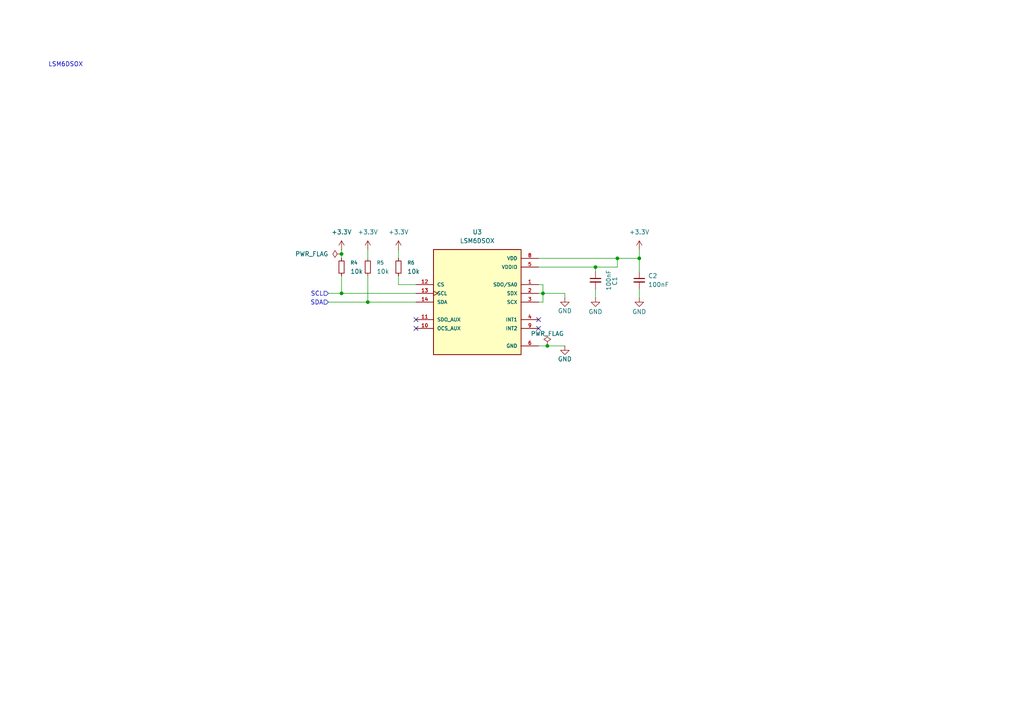
<source format=kicad_sch>
(kicad_sch
	(version 20250114)
	(generator "eeschema")
	(generator_version "9.0")
	(uuid "fa57e1d7-424d-4ef2-9198-6418d658b11a")
	(paper "A4")
	(title_block
		(title "LSM6DSOX")
		(company "ENSEA")
		(comment 1 "Clara CHATELAIS-VAUFLEURY")
	)
	(lib_symbols
		(symbol "Device:C_Small"
			(pin_numbers
				(hide yes)
			)
			(pin_names
				(offset 0.254)
				(hide yes)
			)
			(exclude_from_sim no)
			(in_bom yes)
			(on_board yes)
			(property "Reference" "C"
				(at 0.254 1.778 0)
				(effects
					(font
						(size 1.27 1.27)
					)
					(justify left)
				)
			)
			(property "Value" "C_Small"
				(at 0.254 -2.032 0)
				(effects
					(font
						(size 1.27 1.27)
					)
					(justify left)
				)
			)
			(property "Footprint" ""
				(at 0 0 0)
				(effects
					(font
						(size 1.27 1.27)
					)
					(hide yes)
				)
			)
			(property "Datasheet" "~"
				(at 0 0 0)
				(effects
					(font
						(size 1.27 1.27)
					)
					(hide yes)
				)
			)
			(property "Description" "Unpolarized capacitor, small symbol"
				(at 0 0 0)
				(effects
					(font
						(size 1.27 1.27)
					)
					(hide yes)
				)
			)
			(property "ki_keywords" "capacitor cap"
				(at 0 0 0)
				(effects
					(font
						(size 1.27 1.27)
					)
					(hide yes)
				)
			)
			(property "ki_fp_filters" "C_*"
				(at 0 0 0)
				(effects
					(font
						(size 1.27 1.27)
					)
					(hide yes)
				)
			)
			(symbol "C_Small_0_1"
				(polyline
					(pts
						(xy -1.524 0.508) (xy 1.524 0.508)
					)
					(stroke
						(width 0.3048)
						(type default)
					)
					(fill
						(type none)
					)
				)
				(polyline
					(pts
						(xy -1.524 -0.508) (xy 1.524 -0.508)
					)
					(stroke
						(width 0.3302)
						(type default)
					)
					(fill
						(type none)
					)
				)
			)
			(symbol "C_Small_1_1"
				(pin passive line
					(at 0 2.54 270)
					(length 2.032)
					(name "~"
						(effects
							(font
								(size 1.27 1.27)
							)
						)
					)
					(number "1"
						(effects
							(font
								(size 1.27 1.27)
							)
						)
					)
				)
				(pin passive line
					(at 0 -2.54 90)
					(length 2.032)
					(name "~"
						(effects
							(font
								(size 1.27 1.27)
							)
						)
					)
					(number "2"
						(effects
							(font
								(size 1.27 1.27)
							)
						)
					)
				)
			)
			(embedded_fonts no)
		)
		(symbol "Device:R_Small"
			(pin_numbers
				(hide yes)
			)
			(pin_names
				(offset 0.254)
				(hide yes)
			)
			(exclude_from_sim no)
			(in_bom yes)
			(on_board yes)
			(property "Reference" "R"
				(at 0 0 90)
				(effects
					(font
						(size 1.016 1.016)
					)
				)
			)
			(property "Value" "R_Small"
				(at 1.778 0 90)
				(effects
					(font
						(size 1.27 1.27)
					)
				)
			)
			(property "Footprint" ""
				(at 0 0 0)
				(effects
					(font
						(size 1.27 1.27)
					)
					(hide yes)
				)
			)
			(property "Datasheet" "~"
				(at 0 0 0)
				(effects
					(font
						(size 1.27 1.27)
					)
					(hide yes)
				)
			)
			(property "Description" "Resistor, small symbol"
				(at 0 0 0)
				(effects
					(font
						(size 1.27 1.27)
					)
					(hide yes)
				)
			)
			(property "ki_keywords" "R resistor"
				(at 0 0 0)
				(effects
					(font
						(size 1.27 1.27)
					)
					(hide yes)
				)
			)
			(property "ki_fp_filters" "R_*"
				(at 0 0 0)
				(effects
					(font
						(size 1.27 1.27)
					)
					(hide yes)
				)
			)
			(symbol "R_Small_0_1"
				(rectangle
					(start -0.762 1.778)
					(end 0.762 -1.778)
					(stroke
						(width 0.2032)
						(type default)
					)
					(fill
						(type none)
					)
				)
			)
			(symbol "R_Small_1_1"
				(pin passive line
					(at 0 2.54 270)
					(length 0.762)
					(name "~"
						(effects
							(font
								(size 1.27 1.27)
							)
						)
					)
					(number "1"
						(effects
							(font
								(size 1.27 1.27)
							)
						)
					)
				)
				(pin passive line
					(at 0 -2.54 90)
					(length 0.762)
					(name "~"
						(effects
							(font
								(size 1.27 1.27)
							)
						)
					)
					(number "2"
						(effects
							(font
								(size 1.27 1.27)
							)
						)
					)
				)
			)
			(embedded_fonts no)
		)
		(symbol "LSM6DSOX:LSM6DSOX"
			(pin_names
				(offset 1.016)
			)
			(exclude_from_sim no)
			(in_bom yes)
			(on_board yes)
			(property "Reference" "U"
				(at -12.7 16.002 0)
				(effects
					(font
						(size 1.27 1.27)
					)
					(justify left bottom)
				)
			)
			(property "Value" "LSM6DSOX"
				(at -12.7 -17.78 0)
				(effects
					(font
						(size 1.27 1.27)
					)
					(justify left bottom)
				)
			)
			(property "Footprint" "LSM6DSOX:PQFN50P250X300X86-14N"
				(at 0 0 0)
				(effects
					(font
						(size 1.27 1.27)
					)
					(justify bottom)
					(hide yes)
				)
			)
			(property "Datasheet" ""
				(at 0 0 0)
				(effects
					(font
						(size 1.27 1.27)
					)
					(hide yes)
				)
			)
			(property "Description" ""
				(at 0 0 0)
				(effects
					(font
						(size 1.27 1.27)
					)
					(hide yes)
				)
			)
			(property "MF" "STMicroelectronics"
				(at 0 0 0)
				(effects
					(font
						(size 1.27 1.27)
					)
					(justify bottom)
					(hide yes)
				)
			)
			(property "Description_1" "3D Accelerometer and 3D Gyroscope Sensor Digital Output 1.8V 14-Pin LGA T/R"
				(at 0 0 0)
				(effects
					(font
						(size 1.27 1.27)
					)
					(justify bottom)
					(hide yes)
				)
			)
			(property "Package" "VFLGA-14 STMicroelectronics"
				(at 0 0 0)
				(effects
					(font
						(size 1.27 1.27)
					)
					(justify bottom)
					(hide yes)
				)
			)
			(property "Price" "None"
				(at 0 0 0)
				(effects
					(font
						(size 1.27 1.27)
					)
					(justify bottom)
					(hide yes)
				)
			)
			(property "Check_prices" "https://www.snapeda.com/parts/LSM6DSOX/STMicroelectronics/view-part/?ref=eda"
				(at 0 0 0)
				(effects
					(font
						(size 1.27 1.27)
					)
					(justify bottom)
					(hide yes)
				)
			)
			(property "STANDARD" "IPC7351B"
				(at 0 0 0)
				(effects
					(font
						(size 1.27 1.27)
					)
					(justify bottom)
					(hide yes)
				)
			)
			(property "PARTREV" "3.0"
				(at 0 0 0)
				(effects
					(font
						(size 1.27 1.27)
					)
					(justify bottom)
					(hide yes)
				)
			)
			(property "SnapEDA_Link" "https://www.snapeda.com/parts/LSM6DSOX/STMicroelectronics/view-part/?ref=snap"
				(at 0 0 0)
				(effects
					(font
						(size 1.27 1.27)
					)
					(justify bottom)
					(hide yes)
				)
			)
			(property "MP" "LSM6DSOX"
				(at 0 0 0)
				(effects
					(font
						(size 1.27 1.27)
					)
					(justify bottom)
					(hide yes)
				)
			)
			(property "Availability" "In Stock"
				(at 0 0 0)
				(effects
					(font
						(size 1.27 1.27)
					)
					(justify bottom)
					(hide yes)
				)
			)
			(property "MANUFACTURER" "ST Microelectronics"
				(at 0 0 0)
				(effects
					(font
						(size 1.27 1.27)
					)
					(justify bottom)
					(hide yes)
				)
			)
			(symbol "LSM6DSOX_0_0"
				(rectangle
					(start -12.7 -15.24)
					(end 12.7 15.24)
					(stroke
						(width 0.254)
						(type default)
					)
					(fill
						(type background)
					)
				)
				(pin input line
					(at -17.78 5.08 0)
					(length 5.08)
					(name "CS"
						(effects
							(font
								(size 1.016 1.016)
							)
						)
					)
					(number "12"
						(effects
							(font
								(size 1.016 1.016)
							)
						)
					)
				)
				(pin input clock
					(at -17.78 2.54 0)
					(length 5.08)
					(name "SCL"
						(effects
							(font
								(size 1.016 1.016)
							)
						)
					)
					(number "13"
						(effects
							(font
								(size 1.016 1.016)
							)
						)
					)
				)
				(pin bidirectional line
					(at -17.78 0 0)
					(length 5.08)
					(name "SDA"
						(effects
							(font
								(size 1.016 1.016)
							)
						)
					)
					(number "14"
						(effects
							(font
								(size 1.016 1.016)
							)
						)
					)
				)
				(pin bidirectional line
					(at -17.78 -5.08 0)
					(length 5.08)
					(name "SDO_AUX"
						(effects
							(font
								(size 1.016 1.016)
							)
						)
					)
					(number "11"
						(effects
							(font
								(size 1.016 1.016)
							)
						)
					)
				)
				(pin bidirectional line
					(at -17.78 -7.62 0)
					(length 5.08)
					(name "OCS_AUX"
						(effects
							(font
								(size 1.016 1.016)
							)
						)
					)
					(number "10"
						(effects
							(font
								(size 1.016 1.016)
							)
						)
					)
				)
				(pin power_in line
					(at 17.78 12.7 180)
					(length 5.08)
					(name "VDD"
						(effects
							(font
								(size 1.016 1.016)
							)
						)
					)
					(number "8"
						(effects
							(font
								(size 1.016 1.016)
							)
						)
					)
				)
				(pin power_in line
					(at 17.78 10.16 180)
					(length 5.08)
					(name "VDDIO"
						(effects
							(font
								(size 1.016 1.016)
							)
						)
					)
					(number "5"
						(effects
							(font
								(size 1.016 1.016)
							)
						)
					)
				)
				(pin bidirectional line
					(at 17.78 5.08 180)
					(length 5.08)
					(name "SDO/SA0"
						(effects
							(font
								(size 1.016 1.016)
							)
						)
					)
					(number "1"
						(effects
							(font
								(size 1.016 1.016)
							)
						)
					)
				)
				(pin bidirectional line
					(at 17.78 2.54 180)
					(length 5.08)
					(name "SDX"
						(effects
							(font
								(size 1.016 1.016)
							)
						)
					)
					(number "2"
						(effects
							(font
								(size 1.016 1.016)
							)
						)
					)
				)
				(pin bidirectional line
					(at 17.78 0 180)
					(length 5.08)
					(name "SCX"
						(effects
							(font
								(size 1.016 1.016)
							)
						)
					)
					(number "3"
						(effects
							(font
								(size 1.016 1.016)
							)
						)
					)
				)
				(pin output line
					(at 17.78 -5.08 180)
					(length 5.08)
					(name "INT1"
						(effects
							(font
								(size 1.016 1.016)
							)
						)
					)
					(number "4"
						(effects
							(font
								(size 1.016 1.016)
							)
						)
					)
				)
				(pin output line
					(at 17.78 -7.62 180)
					(length 5.08)
					(name "INT2"
						(effects
							(font
								(size 1.016 1.016)
							)
						)
					)
					(number "9"
						(effects
							(font
								(size 1.016 1.016)
							)
						)
					)
				)
				(pin power_in line
					(at 17.78 -12.7 180)
					(length 5.08)
					(name "GND"
						(effects
							(font
								(size 1.016 1.016)
							)
						)
					)
					(number "6"
						(effects
							(font
								(size 1.016 1.016)
							)
						)
					)
				)
				(pin power_in line
					(at 17.78 -12.7 180)
					(length 5.08)
					(hide yes)
					(name "GND"
						(effects
							(font
								(size 1.016 1.016)
							)
						)
					)
					(number "7"
						(effects
							(font
								(size 1.016 1.016)
							)
						)
					)
				)
			)
			(embedded_fonts no)
		)
		(symbol "power:+3.3V"
			(power)
			(pin_numbers
				(hide yes)
			)
			(pin_names
				(offset 0)
				(hide yes)
			)
			(exclude_from_sim no)
			(in_bom yes)
			(on_board yes)
			(property "Reference" "#PWR"
				(at 0 -3.81 0)
				(effects
					(font
						(size 1.27 1.27)
					)
					(hide yes)
				)
			)
			(property "Value" "+3.3V"
				(at 0 3.556 0)
				(effects
					(font
						(size 1.27 1.27)
					)
				)
			)
			(property "Footprint" ""
				(at 0 0 0)
				(effects
					(font
						(size 1.27 1.27)
					)
					(hide yes)
				)
			)
			(property "Datasheet" ""
				(at 0 0 0)
				(effects
					(font
						(size 1.27 1.27)
					)
					(hide yes)
				)
			)
			(property "Description" "Power symbol creates a global label with name \"+3.3V\""
				(at 0 0 0)
				(effects
					(font
						(size 1.27 1.27)
					)
					(hide yes)
				)
			)
			(property "ki_keywords" "global power"
				(at 0 0 0)
				(effects
					(font
						(size 1.27 1.27)
					)
					(hide yes)
				)
			)
			(symbol "+3.3V_0_1"
				(polyline
					(pts
						(xy -0.762 1.27) (xy 0 2.54)
					)
					(stroke
						(width 0)
						(type default)
					)
					(fill
						(type none)
					)
				)
				(polyline
					(pts
						(xy 0 2.54) (xy 0.762 1.27)
					)
					(stroke
						(width 0)
						(type default)
					)
					(fill
						(type none)
					)
				)
				(polyline
					(pts
						(xy 0 0) (xy 0 2.54)
					)
					(stroke
						(width 0)
						(type default)
					)
					(fill
						(type none)
					)
				)
			)
			(symbol "+3.3V_1_1"
				(pin power_in line
					(at 0 0 90)
					(length 0)
					(name "~"
						(effects
							(font
								(size 1.27 1.27)
							)
						)
					)
					(number "1"
						(effects
							(font
								(size 1.27 1.27)
							)
						)
					)
				)
			)
			(embedded_fonts no)
		)
		(symbol "power:GND"
			(power)
			(pin_numbers
				(hide yes)
			)
			(pin_names
				(offset 0)
				(hide yes)
			)
			(exclude_from_sim no)
			(in_bom yes)
			(on_board yes)
			(property "Reference" "#PWR"
				(at 0 -6.35 0)
				(effects
					(font
						(size 1.27 1.27)
					)
					(hide yes)
				)
			)
			(property "Value" "GND"
				(at 0 -3.81 0)
				(effects
					(font
						(size 1.27 1.27)
					)
				)
			)
			(property "Footprint" ""
				(at 0 0 0)
				(effects
					(font
						(size 1.27 1.27)
					)
					(hide yes)
				)
			)
			(property "Datasheet" ""
				(at 0 0 0)
				(effects
					(font
						(size 1.27 1.27)
					)
					(hide yes)
				)
			)
			(property "Description" "Power symbol creates a global label with name \"GND\" , ground"
				(at 0 0 0)
				(effects
					(font
						(size 1.27 1.27)
					)
					(hide yes)
				)
			)
			(property "ki_keywords" "global power"
				(at 0 0 0)
				(effects
					(font
						(size 1.27 1.27)
					)
					(hide yes)
				)
			)
			(symbol "GND_0_1"
				(polyline
					(pts
						(xy 0 0) (xy 0 -1.27) (xy 1.27 -1.27) (xy 0 -2.54) (xy -1.27 -1.27) (xy 0 -1.27)
					)
					(stroke
						(width 0)
						(type default)
					)
					(fill
						(type none)
					)
				)
			)
			(symbol "GND_1_1"
				(pin power_in line
					(at 0 0 270)
					(length 0)
					(name "~"
						(effects
							(font
								(size 1.27 1.27)
							)
						)
					)
					(number "1"
						(effects
							(font
								(size 1.27 1.27)
							)
						)
					)
				)
			)
			(embedded_fonts no)
		)
		(symbol "power:PWR_FLAG"
			(power)
			(pin_numbers
				(hide yes)
			)
			(pin_names
				(offset 0)
				(hide yes)
			)
			(exclude_from_sim no)
			(in_bom yes)
			(on_board yes)
			(property "Reference" "#FLG"
				(at 0 1.905 0)
				(effects
					(font
						(size 1.27 1.27)
					)
					(hide yes)
				)
			)
			(property "Value" "PWR_FLAG"
				(at 0 3.81 0)
				(effects
					(font
						(size 1.27 1.27)
					)
				)
			)
			(property "Footprint" ""
				(at 0 0 0)
				(effects
					(font
						(size 1.27 1.27)
					)
					(hide yes)
				)
			)
			(property "Datasheet" "~"
				(at 0 0 0)
				(effects
					(font
						(size 1.27 1.27)
					)
					(hide yes)
				)
			)
			(property "Description" "Special symbol for telling ERC where power comes from"
				(at 0 0 0)
				(effects
					(font
						(size 1.27 1.27)
					)
					(hide yes)
				)
			)
			(property "ki_keywords" "flag power"
				(at 0 0 0)
				(effects
					(font
						(size 1.27 1.27)
					)
					(hide yes)
				)
			)
			(symbol "PWR_FLAG_0_0"
				(pin power_out line
					(at 0 0 90)
					(length 0)
					(name "~"
						(effects
							(font
								(size 1.27 1.27)
							)
						)
					)
					(number "1"
						(effects
							(font
								(size 1.27 1.27)
							)
						)
					)
				)
			)
			(symbol "PWR_FLAG_0_1"
				(polyline
					(pts
						(xy 0 0) (xy 0 1.27) (xy -1.016 1.905) (xy 0 2.54) (xy 1.016 1.905) (xy 0 1.27)
					)
					(stroke
						(width 0)
						(type default)
					)
					(fill
						(type none)
					)
				)
			)
			(embedded_fonts no)
		)
	)
	(text "LSM6DSOX"
		(exclude_from_sim no)
		(at 19.05 18.796 0)
		(effects
			(font
				(size 1.27 1.27)
			)
		)
		(uuid "07febc5a-eb68-4317-acc1-7e7e256990c6")
	)
	(junction
		(at 172.72 77.47)
		(diameter 0)
		(color 0 0 0 0)
		(uuid "1e0bbc1a-7050-4c8b-89b7-ee21141c1664")
	)
	(junction
		(at 99.06 85.09)
		(diameter 0)
		(color 0 0 0 0)
		(uuid "501165fb-e7a6-494c-8775-82e12c5e6f28")
	)
	(junction
		(at 99.06 73.66)
		(diameter 0)
		(color 0 0 0 0)
		(uuid "60eb4690-c85d-417e-a452-fc0fc3b28f7b")
	)
	(junction
		(at 179.07 74.93)
		(diameter 0)
		(color 0 0 0 0)
		(uuid "90eefee9-42be-4dd8-ae42-084310afaabe")
	)
	(junction
		(at 157.48 85.09)
		(diameter 0)
		(color 0 0 0 0)
		(uuid "9f16198d-47a7-44ec-a087-4e453bbd41c8")
	)
	(junction
		(at 106.68 87.63)
		(diameter 0)
		(color 0 0 0 0)
		(uuid "a812d947-7705-4454-9294-c414821bc119")
	)
	(junction
		(at 185.42 74.93)
		(diameter 0)
		(color 0 0 0 0)
		(uuid "da273029-e91a-4a97-9fb3-834c03376eef")
	)
	(junction
		(at 158.75 100.33)
		(diameter 0)
		(color 0 0 0 0)
		(uuid "ef8d902d-c4f1-49d2-aca0-3cbda427356c")
	)
	(no_connect
		(at 120.65 95.25)
		(uuid "2c25b70b-1049-4b22-afda-3b35bae91595")
	)
	(no_connect
		(at 156.21 95.25)
		(uuid "3ebfb244-0c46-47a6-9dec-b5bd46d07800")
	)
	(no_connect
		(at 156.21 92.71)
		(uuid "4ddad4dd-6c06-4822-9acf-3dc4d4bb6e26")
	)
	(no_connect
		(at 120.65 92.71)
		(uuid "b5d8e434-abee-4a07-96b7-d257e84a588a")
	)
	(wire
		(pts
			(xy 115.57 72.39) (xy 115.57 74.93)
		)
		(stroke
			(width 0)
			(type default)
		)
		(uuid "05b7ab4f-b028-478a-84b6-5acc73db016d")
	)
	(wire
		(pts
			(xy 156.21 87.63) (xy 157.48 87.63)
		)
		(stroke
			(width 0)
			(type default)
		)
		(uuid "144c49c9-85c2-4a44-beb2-ef8c699b23b7")
	)
	(wire
		(pts
			(xy 106.68 87.63) (xy 120.65 87.63)
		)
		(stroke
			(width 0)
			(type default)
		)
		(uuid "1cdfafb7-d3ff-4a84-bd8c-050ffdfdf3d8")
	)
	(wire
		(pts
			(xy 95.25 87.63) (xy 106.68 87.63)
		)
		(stroke
			(width 0)
			(type default)
		)
		(uuid "206ae082-a0a5-4829-89f8-6ba18af1c7ed")
	)
	(wire
		(pts
			(xy 115.57 82.55) (xy 120.65 82.55)
		)
		(stroke
			(width 0)
			(type default)
		)
		(uuid "25f9b6d4-99cc-4319-aa7a-3987ff913e05")
	)
	(wire
		(pts
			(xy 156.21 77.47) (xy 172.72 77.47)
		)
		(stroke
			(width 0)
			(type default)
		)
		(uuid "2af4655d-aadc-478e-a9f5-450bef9f2875")
	)
	(wire
		(pts
			(xy 156.21 100.33) (xy 158.75 100.33)
		)
		(stroke
			(width 0)
			(type default)
		)
		(uuid "30ba421e-1854-4069-96c6-3d93f303fe95")
	)
	(wire
		(pts
			(xy 172.72 83.82) (xy 172.72 86.36)
		)
		(stroke
			(width 0)
			(type default)
		)
		(uuid "38238e55-b106-4b71-a251-02e1e2f51211")
	)
	(wire
		(pts
			(xy 156.21 85.09) (xy 157.48 85.09)
		)
		(stroke
			(width 0)
			(type default)
		)
		(uuid "3dc11a74-27ef-4b33-bb7f-132ad6a969c5")
	)
	(wire
		(pts
			(xy 106.68 80.01) (xy 106.68 87.63)
		)
		(stroke
			(width 0)
			(type default)
		)
		(uuid "3f84826f-9684-4433-b43a-c5489e1808f2")
	)
	(wire
		(pts
			(xy 99.06 73.66) (xy 99.06 74.93)
		)
		(stroke
			(width 0)
			(type default)
		)
		(uuid "51e17739-95e5-4895-8201-74a00d22bdb6")
	)
	(wire
		(pts
			(xy 163.83 85.09) (xy 157.48 85.09)
		)
		(stroke
			(width 0)
			(type default)
		)
		(uuid "561dc745-81a4-4c2d-9082-8414c58c5b3f")
	)
	(wire
		(pts
			(xy 185.42 74.93) (xy 185.42 78.74)
		)
		(stroke
			(width 0)
			(type default)
		)
		(uuid "57e9b25d-cb5c-4062-a642-950c10c0b24a")
	)
	(wire
		(pts
			(xy 157.48 82.55) (xy 157.48 85.09)
		)
		(stroke
			(width 0)
			(type default)
		)
		(uuid "6011c89a-ef1f-4b97-81e6-e8a0dd26c2cd")
	)
	(wire
		(pts
			(xy 172.72 77.47) (xy 179.07 77.47)
		)
		(stroke
			(width 0)
			(type default)
		)
		(uuid "8664a5fc-5285-4e30-8f96-5880c5435f37")
	)
	(wire
		(pts
			(xy 95.25 85.09) (xy 99.06 85.09)
		)
		(stroke
			(width 0)
			(type default)
		)
		(uuid "8a1d61f4-17ec-4ddf-ba52-65a34681aa88")
	)
	(wire
		(pts
			(xy 185.42 83.82) (xy 185.42 86.36)
		)
		(stroke
			(width 0)
			(type default)
		)
		(uuid "90f20d4e-449c-4c14-a76c-7b4157718899")
	)
	(wire
		(pts
			(xy 156.21 74.93) (xy 179.07 74.93)
		)
		(stroke
			(width 0)
			(type default)
		)
		(uuid "9bb6aa17-ec69-4301-a473-f1f885e93b9c")
	)
	(wire
		(pts
			(xy 179.07 77.47) (xy 179.07 74.93)
		)
		(stroke
			(width 0)
			(type default)
		)
		(uuid "a5ff36e4-4502-4aa9-82ce-dc995ac89d64")
	)
	(wire
		(pts
			(xy 157.48 85.09) (xy 157.48 87.63)
		)
		(stroke
			(width 0)
			(type default)
		)
		(uuid "ac57a2f8-7472-4262-9b6d-beca4042b927")
	)
	(wire
		(pts
			(xy 172.72 78.74) (xy 172.72 77.47)
		)
		(stroke
			(width 0)
			(type default)
		)
		(uuid "b427c0a8-f805-4a51-8821-76f4f4ee9599")
	)
	(wire
		(pts
			(xy 163.83 85.09) (xy 163.83 86.36)
		)
		(stroke
			(width 0)
			(type default)
		)
		(uuid "c727d09c-4a40-4650-b607-11c3014997dc")
	)
	(wire
		(pts
			(xy 115.57 80.01) (xy 115.57 82.55)
		)
		(stroke
			(width 0)
			(type default)
		)
		(uuid "ce4bb68b-d907-42a1-a234-4ceb25a10b0e")
	)
	(wire
		(pts
			(xy 158.75 100.33) (xy 163.83 100.33)
		)
		(stroke
			(width 0)
			(type default)
		)
		(uuid "dfa1e802-e046-4944-890c-3bc0470ebed4")
	)
	(wire
		(pts
			(xy 156.21 82.55) (xy 157.48 82.55)
		)
		(stroke
			(width 0)
			(type default)
		)
		(uuid "e11c01dd-3dc4-4efd-b860-e33beebf0b78")
	)
	(wire
		(pts
			(xy 99.06 72.39) (xy 99.06 73.66)
		)
		(stroke
			(width 0)
			(type default)
		)
		(uuid "e11efe87-9fbf-4da7-aab0-c458ed90c6c3")
	)
	(wire
		(pts
			(xy 185.42 74.93) (xy 179.07 74.93)
		)
		(stroke
			(width 0)
			(type default)
		)
		(uuid "e6b068e1-0092-4b1c-8f24-f6f8961045eb")
	)
	(wire
		(pts
			(xy 106.68 72.39) (xy 106.68 74.93)
		)
		(stroke
			(width 0)
			(type default)
		)
		(uuid "f077ecfd-5d97-4453-8ec3-3a64256f4734")
	)
	(wire
		(pts
			(xy 99.06 80.01) (xy 99.06 85.09)
		)
		(stroke
			(width 0)
			(type default)
		)
		(uuid "f35cdd8c-9c45-42ab-8092-cad83bae21c7")
	)
	(wire
		(pts
			(xy 185.42 72.39) (xy 185.42 74.93)
		)
		(stroke
			(width 0)
			(type default)
		)
		(uuid "f9b6bdec-9d47-481d-b0ae-87edf65f816c")
	)
	(wire
		(pts
			(xy 99.06 85.09) (xy 120.65 85.09)
		)
		(stroke
			(width 0)
			(type default)
		)
		(uuid "fff474e6-d342-477b-a66a-a117d6ff4efb")
	)
	(hierarchical_label "SCL"
		(shape input)
		(at 95.25 85.09 180)
		(effects
			(font
				(size 1.27 1.27)
				(color 0 0 194 1)
			)
			(justify right)
		)
		(uuid "22bde600-3a54-432f-8539-c0ce4f919b05")
	)
	(hierarchical_label "SDA"
		(shape input)
		(at 95.25 87.63 180)
		(effects
			(font
				(size 1.27 1.27)
				(color 0 0 194 1)
			)
			(justify right)
		)
		(uuid "b13a5b03-94f9-4c39-bc7c-5403357d78f6")
	)
	(symbol
		(lib_id "power:GND")
		(at 163.83 86.36 0)
		(unit 1)
		(exclude_from_sim no)
		(in_bom yes)
		(on_board yes)
		(dnp no)
		(uuid "0d644e35-1cdf-4de5-8c72-41ab9b336bd7")
		(property "Reference" "#PWR04"
			(at 163.83 92.71 0)
			(effects
				(font
					(size 1.27 1.27)
				)
				(hide yes)
			)
		)
		(property "Value" "GND"
			(at 163.83 90.17 0)
			(effects
				(font
					(size 1.27 1.27)
				)
			)
		)
		(property "Footprint" ""
			(at 163.83 86.36 0)
			(effects
				(font
					(size 1.27 1.27)
				)
				(hide yes)
			)
		)
		(property "Datasheet" ""
			(at 163.83 86.36 0)
			(effects
				(font
					(size 1.27 1.27)
				)
				(hide yes)
			)
		)
		(property "Description" "Power symbol creates a global label with name \"GND\" , ground"
			(at 163.83 86.36 0)
			(effects
				(font
					(size 1.27 1.27)
				)
				(hide yes)
			)
		)
		(pin "1"
			(uuid "124f6d3f-6a52-4c75-86c7-24258f4c402a")
		)
		(instances
			(project "Projet 6 KICAD CLS COMPLET"
				(path "/917aa03c-3980-4eba-8700-b55c1cb55f0b/a28d9c5a-f725-4af6-9d3a-df31b76ed667"
					(reference "#PWR04")
					(unit 1)
				)
			)
		)
	)
	(symbol
		(lib_id "power:+3.3V")
		(at 185.42 72.39 0)
		(unit 1)
		(exclude_from_sim no)
		(in_bom yes)
		(on_board yes)
		(dnp no)
		(fields_autoplaced yes)
		(uuid "1106fd70-dbc7-44a4-bf0e-67ab44320ebb")
		(property "Reference" "#PWR011"
			(at 185.42 76.2 0)
			(effects
				(font
					(size 1.27 1.27)
				)
				(hide yes)
			)
		)
		(property "Value" "+3.3V"
			(at 185.42 67.31 0)
			(effects
				(font
					(size 1.27 1.27)
				)
			)
		)
		(property "Footprint" ""
			(at 185.42 72.39 0)
			(effects
				(font
					(size 1.27 1.27)
				)
				(hide yes)
			)
		)
		(property "Datasheet" ""
			(at 185.42 72.39 0)
			(effects
				(font
					(size 1.27 1.27)
				)
				(hide yes)
			)
		)
		(property "Description" "Power symbol creates a global label with name \"+3.3V\""
			(at 185.42 72.39 0)
			(effects
				(font
					(size 1.27 1.27)
				)
				(hide yes)
			)
		)
		(pin "1"
			(uuid "20afa795-8ef1-4462-b07e-8d9950add0e6")
		)
		(instances
			(project "Projet 6 KICAD CLS COMPLET"
				(path "/917aa03c-3980-4eba-8700-b55c1cb55f0b/a28d9c5a-f725-4af6-9d3a-df31b76ed667"
					(reference "#PWR011")
					(unit 1)
				)
			)
		)
	)
	(symbol
		(lib_id "power:+3.3V")
		(at 115.57 72.39 0)
		(unit 1)
		(exclude_from_sim no)
		(in_bom yes)
		(on_board yes)
		(dnp no)
		(fields_autoplaced yes)
		(uuid "3a1f6f01-076c-4546-917d-f4c50c9ceecb")
		(property "Reference" "#PWR03"
			(at 115.57 76.2 0)
			(effects
				(font
					(size 1.27 1.27)
				)
				(hide yes)
			)
		)
		(property "Value" "+3.3V"
			(at 115.57 67.31 0)
			(effects
				(font
					(size 1.27 1.27)
				)
			)
		)
		(property "Footprint" ""
			(at 115.57 72.39 0)
			(effects
				(font
					(size 1.27 1.27)
				)
				(hide yes)
			)
		)
		(property "Datasheet" ""
			(at 115.57 72.39 0)
			(effects
				(font
					(size 1.27 1.27)
				)
				(hide yes)
			)
		)
		(property "Description" "Power symbol creates a global label with name \"+3.3V\""
			(at 115.57 72.39 0)
			(effects
				(font
					(size 1.27 1.27)
				)
				(hide yes)
			)
		)
		(pin "1"
			(uuid "d20217f2-97d0-4a56-b0f6-be22288af1a5")
		)
		(instances
			(project "Projet 6 KICAD CLS COMPLET"
				(path "/917aa03c-3980-4eba-8700-b55c1cb55f0b/a28d9c5a-f725-4af6-9d3a-df31b76ed667"
					(reference "#PWR03")
					(unit 1)
				)
			)
		)
	)
	(symbol
		(lib_id "Device:R_Small")
		(at 99.06 77.47 0)
		(unit 1)
		(exclude_from_sim no)
		(in_bom yes)
		(on_board yes)
		(dnp no)
		(fields_autoplaced yes)
		(uuid "3f03ca68-0e63-4498-a047-94408536f4f1")
		(property "Reference" "R4"
			(at 101.6 76.1999 0)
			(effects
				(font
					(size 1.016 1.016)
				)
				(justify left)
			)
		)
		(property "Value" "10k"
			(at 101.6 78.7399 0)
			(effects
				(font
					(size 1.27 1.27)
				)
				(justify left)
			)
		)
		(property "Footprint" ""
			(at 99.06 77.47 0)
			(effects
				(font
					(size 1.27 1.27)
				)
				(hide yes)
			)
		)
		(property "Datasheet" "~"
			(at 99.06 77.47 0)
			(effects
				(font
					(size 1.27 1.27)
				)
				(hide yes)
			)
		)
		(property "Description" "Resistor, small symbol"
			(at 99.06 77.47 0)
			(effects
				(font
					(size 1.27 1.27)
				)
				(hide yes)
			)
		)
		(pin "2"
			(uuid "b39caf5f-3c09-4383-a95d-1ec791faba46")
		)
		(pin "1"
			(uuid "c1b976d4-a5b7-4f0f-b5aa-3d8a0b1a6d01")
		)
		(instances
			(project "Projet 6 KICAD CLS COMPLET"
				(path "/917aa03c-3980-4eba-8700-b55c1cb55f0b/a28d9c5a-f725-4af6-9d3a-df31b76ed667"
					(reference "R4")
					(unit 1)
				)
			)
		)
	)
	(symbol
		(lib_id "power:+3.3V")
		(at 106.68 72.39 0)
		(unit 1)
		(exclude_from_sim no)
		(in_bom yes)
		(on_board yes)
		(dnp no)
		(fields_autoplaced yes)
		(uuid "42c13e94-3d18-45ad-8471-eec470d75879")
		(property "Reference" "#PWR02"
			(at 106.68 76.2 0)
			(effects
				(font
					(size 1.27 1.27)
				)
				(hide yes)
			)
		)
		(property "Value" "+3.3V"
			(at 106.68 67.31 0)
			(effects
				(font
					(size 1.27 1.27)
				)
			)
		)
		(property "Footprint" ""
			(at 106.68 72.39 0)
			(effects
				(font
					(size 1.27 1.27)
				)
				(hide yes)
			)
		)
		(property "Datasheet" ""
			(at 106.68 72.39 0)
			(effects
				(font
					(size 1.27 1.27)
				)
				(hide yes)
			)
		)
		(property "Description" "Power symbol creates a global label with name \"+3.3V\""
			(at 106.68 72.39 0)
			(effects
				(font
					(size 1.27 1.27)
				)
				(hide yes)
			)
		)
		(pin "1"
			(uuid "efd46388-235b-4992-8059-49bec216fc97")
		)
		(instances
			(project "Projet 6 KICAD CLS COMPLET"
				(path "/917aa03c-3980-4eba-8700-b55c1cb55f0b/a28d9c5a-f725-4af6-9d3a-df31b76ed667"
					(reference "#PWR02")
					(unit 1)
				)
			)
		)
	)
	(symbol
		(lib_id "power:GND")
		(at 172.72 86.36 0)
		(unit 1)
		(exclude_from_sim no)
		(in_bom yes)
		(on_board yes)
		(dnp no)
		(uuid "4852600a-e669-4340-9829-0315385f3a31")
		(property "Reference" "#PWR07"
			(at 172.72 92.71 0)
			(effects
				(font
					(size 1.27 1.27)
				)
				(hide yes)
			)
		)
		(property "Value" "GND"
			(at 174.752 90.424 0)
			(effects
				(font
					(size 1.27 1.27)
				)
				(justify right)
			)
		)
		(property "Footprint" ""
			(at 172.72 86.36 0)
			(effects
				(font
					(size 1.27 1.27)
				)
				(hide yes)
			)
		)
		(property "Datasheet" ""
			(at 172.72 86.36 0)
			(effects
				(font
					(size 1.27 1.27)
				)
				(hide yes)
			)
		)
		(property "Description" "Power symbol creates a global label with name \"GND\" , ground"
			(at 172.72 86.36 0)
			(effects
				(font
					(size 1.27 1.27)
				)
				(hide yes)
			)
		)
		(pin "1"
			(uuid "dfc03a81-9a4c-48d8-893c-27485ee524be")
		)
		(instances
			(project "Projet 6 KICAD CLS COMPLET"
				(path "/917aa03c-3980-4eba-8700-b55c1cb55f0b/a28d9c5a-f725-4af6-9d3a-df31b76ed667"
					(reference "#PWR07")
					(unit 1)
				)
			)
		)
	)
	(symbol
		(lib_id "LSM6DSOX:LSM6DSOX")
		(at 138.43 87.63 0)
		(unit 1)
		(exclude_from_sim no)
		(in_bom yes)
		(on_board yes)
		(dnp no)
		(fields_autoplaced yes)
		(uuid "4f7518d8-0fc7-4b33-9081-0ebed7958031")
		(property "Reference" "U3"
			(at 138.43 67.31 0)
			(effects
				(font
					(size 1.27 1.27)
				)
			)
		)
		(property "Value" "LSM6DSOX"
			(at 138.43 69.85 0)
			(effects
				(font
					(size 1.27 1.27)
				)
			)
		)
		(property "Footprint" "LSM6DSOX:PQFN50P250X300X86-14N"
			(at 138.43 87.63 0)
			(effects
				(font
					(size 1.27 1.27)
				)
				(justify bottom)
				(hide yes)
			)
		)
		(property "Datasheet" ""
			(at 138.43 87.63 0)
			(effects
				(font
					(size 1.27 1.27)
				)
				(hide yes)
			)
		)
		(property "Description" ""
			(at 138.43 87.63 0)
			(effects
				(font
					(size 1.27 1.27)
				)
				(hide yes)
			)
		)
		(property "MF" "STMicroelectronics"
			(at 138.43 87.63 0)
			(effects
				(font
					(size 1.27 1.27)
				)
				(justify bottom)
				(hide yes)
			)
		)
		(property "Description_1" "3D Accelerometer and 3D Gyroscope Sensor Digital Output 1.8V 14-Pin LGA T/R"
			(at 138.43 87.63 0)
			(effects
				(font
					(size 1.27 1.27)
				)
				(justify bottom)
				(hide yes)
			)
		)
		(property "Package" "VFLGA-14 STMicroelectronics"
			(at 138.43 87.63 0)
			(effects
				(font
					(size 1.27 1.27)
				)
				(justify bottom)
				(hide yes)
			)
		)
		(property "Price" "None"
			(at 138.43 87.63 0)
			(effects
				(font
					(size 1.27 1.27)
				)
				(justify bottom)
				(hide yes)
			)
		)
		(property "Check_prices" "https://www.snapeda.com/parts/LSM6DSOX/STMicroelectronics/view-part/?ref=eda"
			(at 138.43 87.63 0)
			(effects
				(font
					(size 1.27 1.27)
				)
				(justify bottom)
				(hide yes)
			)
		)
		(property "STANDARD" "IPC7351B"
			(at 138.43 87.63 0)
			(effects
				(font
					(size 1.27 1.27)
				)
				(justify bottom)
				(hide yes)
			)
		)
		(property "PARTREV" "3.0"
			(at 138.43 87.63 0)
			(effects
				(font
					(size 1.27 1.27)
				)
				(justify bottom)
				(hide yes)
			)
		)
		(property "SnapEDA_Link" "https://www.snapeda.com/parts/LSM6DSOX/STMicroelectronics/view-part/?ref=snap"
			(at 138.43 87.63 0)
			(effects
				(font
					(size 1.27 1.27)
				)
				(justify bottom)
				(hide yes)
			)
		)
		(property "MP" "LSM6DSOX"
			(at 138.43 87.63 0)
			(effects
				(font
					(size 1.27 1.27)
				)
				(justify bottom)
				(hide yes)
			)
		)
		(property "Availability" "In Stock"
			(at 138.43 87.63 0)
			(effects
				(font
					(size 1.27 1.27)
				)
				(justify bottom)
				(hide yes)
			)
		)
		(property "MANUFACTURER" "ST Microelectronics"
			(at 138.43 87.63 0)
			(effects
				(font
					(size 1.27 1.27)
				)
				(justify bottom)
				(hide yes)
			)
		)
		(pin "12"
			(uuid "fe9461f3-d4a6-47e2-bd27-9932d4e5f943")
		)
		(pin "9"
			(uuid "51005091-b595-4818-8184-1022e35012ea")
		)
		(pin "5"
			(uuid "64eaff58-ca8b-48ba-b6d2-e0421a5915c7")
		)
		(pin "3"
			(uuid "cce8fa58-e9a5-4225-83b2-00e8f57a903a")
		)
		(pin "6"
			(uuid "094505b4-0363-4764-9eba-b215ad77344c")
		)
		(pin "10"
			(uuid "d30f8c9d-d8c7-4e1b-bbb3-e3507bed9e6b")
		)
		(pin "2"
			(uuid "7e2ad653-9cc4-48f7-8b58-bf503b79b57e")
		)
		(pin "14"
			(uuid "048bc3cd-12ff-47e5-9a51-021549037fbd")
		)
		(pin "13"
			(uuid "7c495fb3-47d4-423e-a3d4-f03ad487cf4b")
		)
		(pin "11"
			(uuid "0dd9700b-43e0-4c4f-98a5-3de2e39151c7")
		)
		(pin "1"
			(uuid "f06b37eb-2866-4312-aaaf-a73d1828d339")
		)
		(pin "8"
			(uuid "39924ebb-6945-47f3-90ad-3715c7379b3e")
		)
		(pin "4"
			(uuid "19dbef92-8e84-4364-a9f7-448bd4ed73f8")
		)
		(pin "7"
			(uuid "d47d9964-d1db-4a6a-a057-547faf5a7b69")
		)
		(instances
			(project "Projet 6 KICAD CLS COMPLET"
				(path "/917aa03c-3980-4eba-8700-b55c1cb55f0b/a28d9c5a-f725-4af6-9d3a-df31b76ed667"
					(reference "U3")
					(unit 1)
				)
			)
		)
	)
	(symbol
		(lib_id "Device:C_Small")
		(at 185.42 81.28 0)
		(unit 1)
		(exclude_from_sim no)
		(in_bom yes)
		(on_board yes)
		(dnp no)
		(fields_autoplaced yes)
		(uuid "60a320b6-f2a0-4b29-abad-55cde5a958f4")
		(property "Reference" "C2"
			(at 187.96 80.0162 0)
			(effects
				(font
					(size 1.27 1.27)
				)
				(justify left)
			)
		)
		(property "Value" "100nF"
			(at 187.96 82.5562 0)
			(effects
				(font
					(size 1.27 1.27)
				)
				(justify left)
			)
		)
		(property "Footprint" ""
			(at 185.42 81.28 0)
			(effects
				(font
					(size 1.27 1.27)
				)
				(hide yes)
			)
		)
		(property "Datasheet" "~"
			(at 185.42 81.28 0)
			(effects
				(font
					(size 1.27 1.27)
				)
				(hide yes)
			)
		)
		(property "Description" "Unpolarized capacitor, small symbol"
			(at 185.42 81.28 0)
			(effects
				(font
					(size 1.27 1.27)
				)
				(hide yes)
			)
		)
		(pin "1"
			(uuid "c61b9c59-0d2f-430d-9b71-7e60bb99b74d")
		)
		(pin "2"
			(uuid "dbdccdc7-c56d-41a3-a565-43a628c591af")
		)
		(instances
			(project "Projet 6 KICAD CLS COMPLET"
				(path "/917aa03c-3980-4eba-8700-b55c1cb55f0b/a28d9c5a-f725-4af6-9d3a-df31b76ed667"
					(reference "C2")
					(unit 1)
				)
			)
		)
	)
	(symbol
		(lib_id "Device:R_Small")
		(at 115.57 77.47 180)
		(unit 1)
		(exclude_from_sim no)
		(in_bom yes)
		(on_board yes)
		(dnp no)
		(fields_autoplaced yes)
		(uuid "66c51125-9a28-45d7-9f0a-ea6c90676194")
		(property "Reference" "R6"
			(at 118.11 76.1999 0)
			(effects
				(font
					(size 1.016 1.016)
				)
				(justify right)
			)
		)
		(property "Value" "10k"
			(at 118.11 78.7399 0)
			(effects
				(font
					(size 1.27 1.27)
				)
				(justify right)
			)
		)
		(property "Footprint" ""
			(at 115.57 77.47 0)
			(effects
				(font
					(size 1.27 1.27)
				)
				(hide yes)
			)
		)
		(property "Datasheet" "~"
			(at 115.57 77.47 0)
			(effects
				(font
					(size 1.27 1.27)
				)
				(hide yes)
			)
		)
		(property "Description" "Resistor, small symbol"
			(at 115.57 77.47 0)
			(effects
				(font
					(size 1.27 1.27)
				)
				(hide yes)
			)
		)
		(pin "2"
			(uuid "f6cb4b05-6fe8-4c2c-a2de-78e777eaa67c")
		)
		(pin "1"
			(uuid "cbd32ed3-214f-4009-8d18-cb72b2ba3a3e")
		)
		(instances
			(project "Projet 6 KICAD CLS COMPLET"
				(path "/917aa03c-3980-4eba-8700-b55c1cb55f0b/a28d9c5a-f725-4af6-9d3a-df31b76ed667"
					(reference "R6")
					(unit 1)
				)
			)
		)
	)
	(symbol
		(lib_id "Device:C_Small")
		(at 172.72 81.28 0)
		(unit 1)
		(exclude_from_sim no)
		(in_bom yes)
		(on_board yes)
		(dnp no)
		(uuid "6ff68e84-65b9-46df-bb81-2121d456a29f")
		(property "Reference" "C1"
			(at 178.308 81.534 90)
			(effects
				(font
					(size 1.27 1.27)
				)
			)
		)
		(property "Value" "100nF"
			(at 176.53 81.2863 90)
			(effects
				(font
					(size 1.27 1.27)
				)
			)
		)
		(property "Footprint" ""
			(at 172.72 81.28 0)
			(effects
				(font
					(size 1.27 1.27)
				)
				(hide yes)
			)
		)
		(property "Datasheet" "~"
			(at 172.72 81.28 0)
			(effects
				(font
					(size 1.27 1.27)
				)
				(hide yes)
			)
		)
		(property "Description" "Unpolarized capacitor, small symbol"
			(at 172.72 81.28 0)
			(effects
				(font
					(size 1.27 1.27)
				)
				(hide yes)
			)
		)
		(pin "1"
			(uuid "736789dd-6b54-44dc-8507-4f94785331f7")
		)
		(pin "2"
			(uuid "ec2a358a-6cf0-4dfc-abe2-a7e81df50b03")
		)
		(instances
			(project "Projet 6 KICAD CLS COMPLET"
				(path "/917aa03c-3980-4eba-8700-b55c1cb55f0b/a28d9c5a-f725-4af6-9d3a-df31b76ed667"
					(reference "C1")
					(unit 1)
				)
			)
		)
	)
	(symbol
		(lib_id "Device:R_Small")
		(at 106.68 77.47 180)
		(unit 1)
		(exclude_from_sim no)
		(in_bom yes)
		(on_board yes)
		(dnp no)
		(fields_autoplaced yes)
		(uuid "78dd5806-0112-4d67-99a2-210a5a746ec4")
		(property "Reference" "R5"
			(at 109.22 76.1999 0)
			(effects
				(font
					(size 1.016 1.016)
				)
				(justify right)
			)
		)
		(property "Value" "10k"
			(at 109.22 78.7399 0)
			(effects
				(font
					(size 1.27 1.27)
				)
				(justify right)
			)
		)
		(property "Footprint" ""
			(at 106.68 77.47 0)
			(effects
				(font
					(size 1.27 1.27)
				)
				(hide yes)
			)
		)
		(property "Datasheet" "~"
			(at 106.68 77.47 0)
			(effects
				(font
					(size 1.27 1.27)
				)
				(hide yes)
			)
		)
		(property "Description" "Resistor, small symbol"
			(at 106.68 77.47 0)
			(effects
				(font
					(size 1.27 1.27)
				)
				(hide yes)
			)
		)
		(pin "2"
			(uuid "868d2d6c-ad94-49ee-992a-6de74d7f4a3a")
		)
		(pin "1"
			(uuid "41786991-b2df-48b3-8d94-4fc17d0cf153")
		)
		(instances
			(project "Projet 6 KICAD CLS COMPLET"
				(path "/917aa03c-3980-4eba-8700-b55c1cb55f0b/a28d9c5a-f725-4af6-9d3a-df31b76ed667"
					(reference "R5")
					(unit 1)
				)
			)
		)
	)
	(symbol
		(lib_id "power:PWR_FLAG")
		(at 99.06 73.66 90)
		(unit 1)
		(exclude_from_sim no)
		(in_bom yes)
		(on_board yes)
		(dnp no)
		(fields_autoplaced yes)
		(uuid "80a2939c-8872-464b-bac2-d207fca2e605")
		(property "Reference" "#FLG01"
			(at 97.155 73.66 0)
			(effects
				(font
					(size 1.27 1.27)
				)
				(hide yes)
			)
		)
		(property "Value" "PWR_FLAG"
			(at 95.25 73.6599 90)
			(effects
				(font
					(size 1.27 1.27)
				)
				(justify left)
			)
		)
		(property "Footprint" ""
			(at 99.06 73.66 0)
			(effects
				(font
					(size 1.27 1.27)
				)
				(hide yes)
			)
		)
		(property "Datasheet" "~"
			(at 99.06 73.66 0)
			(effects
				(font
					(size 1.27 1.27)
				)
				(hide yes)
			)
		)
		(property "Description" "Special symbol for telling ERC where power comes from"
			(at 99.06 73.66 0)
			(effects
				(font
					(size 1.27 1.27)
				)
				(hide yes)
			)
		)
		(pin "1"
			(uuid "12e06bcd-6804-41e3-854d-b816c6de9031")
		)
		(instances
			(project ""
				(path "/917aa03c-3980-4eba-8700-b55c1cb55f0b/a28d9c5a-f725-4af6-9d3a-df31b76ed667"
					(reference "#FLG01")
					(unit 1)
				)
			)
		)
	)
	(symbol
		(lib_id "power:GND")
		(at 163.83 100.33 0)
		(unit 1)
		(exclude_from_sim no)
		(in_bom yes)
		(on_board yes)
		(dnp no)
		(uuid "8fe8f53a-1137-456a-9e03-5a84ac6e1e41")
		(property "Reference" "#PWR06"
			(at 163.83 106.68 0)
			(effects
				(font
					(size 1.27 1.27)
				)
				(hide yes)
			)
		)
		(property "Value" "GND"
			(at 163.83 104.14 0)
			(effects
				(font
					(size 1.27 1.27)
				)
			)
		)
		(property "Footprint" ""
			(at 163.83 100.33 0)
			(effects
				(font
					(size 1.27 1.27)
				)
				(hide yes)
			)
		)
		(property "Datasheet" ""
			(at 163.83 100.33 0)
			(effects
				(font
					(size 1.27 1.27)
				)
				(hide yes)
			)
		)
		(property "Description" "Power symbol creates a global label with name \"GND\" , ground"
			(at 163.83 100.33 0)
			(effects
				(font
					(size 1.27 1.27)
				)
				(hide yes)
			)
		)
		(pin "1"
			(uuid "44dbab88-d41f-4323-8e80-e0d87ee157c8")
		)
		(instances
			(project "Projet 6 KICAD CLS COMPLET"
				(path "/917aa03c-3980-4eba-8700-b55c1cb55f0b/a28d9c5a-f725-4af6-9d3a-df31b76ed667"
					(reference "#PWR06")
					(unit 1)
				)
			)
		)
	)
	(symbol
		(lib_id "power:GND")
		(at 185.42 86.36 0)
		(unit 1)
		(exclude_from_sim no)
		(in_bom yes)
		(on_board yes)
		(dnp no)
		(uuid "e7910f69-241d-47b8-bfde-27017218470d")
		(property "Reference" "#PWR012"
			(at 185.42 92.71 0)
			(effects
				(font
					(size 1.27 1.27)
				)
				(hide yes)
			)
		)
		(property "Value" "GND"
			(at 187.452 90.424 0)
			(effects
				(font
					(size 1.27 1.27)
				)
				(justify right)
			)
		)
		(property "Footprint" ""
			(at 185.42 86.36 0)
			(effects
				(font
					(size 1.27 1.27)
				)
				(hide yes)
			)
		)
		(property "Datasheet" ""
			(at 185.42 86.36 0)
			(effects
				(font
					(size 1.27 1.27)
				)
				(hide yes)
			)
		)
		(property "Description" "Power symbol creates a global label with name \"GND\" , ground"
			(at 185.42 86.36 0)
			(effects
				(font
					(size 1.27 1.27)
				)
				(hide yes)
			)
		)
		(pin "1"
			(uuid "ce844c53-896a-4472-b3bf-ce3e5900c3c1")
		)
		(instances
			(project "Projet 6 KICAD CLS COMPLET"
				(path "/917aa03c-3980-4eba-8700-b55c1cb55f0b/a28d9c5a-f725-4af6-9d3a-df31b76ed667"
					(reference "#PWR012")
					(unit 1)
				)
			)
		)
	)
	(symbol
		(lib_id "power:PWR_FLAG")
		(at 158.75 100.33 0)
		(unit 1)
		(exclude_from_sim no)
		(in_bom yes)
		(on_board yes)
		(dnp no)
		(uuid "f04434df-3b76-4642-a4ee-c4165a825117")
		(property "Reference" "#FLG02"
			(at 158.75 98.425 0)
			(effects
				(font
					(size 1.27 1.27)
				)
				(hide yes)
			)
		)
		(property "Value" "PWR_FLAG"
			(at 158.75 96.774 0)
			(effects
				(font
					(size 1.27 1.27)
				)
			)
		)
		(property "Footprint" ""
			(at 158.75 100.33 0)
			(effects
				(font
					(size 1.27 1.27)
				)
				(hide yes)
			)
		)
		(property "Datasheet" "~"
			(at 158.75 100.33 0)
			(effects
				(font
					(size 1.27 1.27)
				)
				(hide yes)
			)
		)
		(property "Description" "Special symbol for telling ERC where power comes from"
			(at 158.75 100.33 0)
			(effects
				(font
					(size 1.27 1.27)
				)
				(hide yes)
			)
		)
		(pin "1"
			(uuid "72e7b4d4-f95b-4997-b0e8-c099805f928f")
		)
		(instances
			(project "Projet 6 KICAD CLS COMPLET"
				(path "/917aa03c-3980-4eba-8700-b55c1cb55f0b/a28d9c5a-f725-4af6-9d3a-df31b76ed667"
					(reference "#FLG02")
					(unit 1)
				)
			)
		)
	)
	(symbol
		(lib_id "power:+3.3V")
		(at 99.06 72.39 0)
		(unit 1)
		(exclude_from_sim no)
		(in_bom yes)
		(on_board yes)
		(dnp no)
		(fields_autoplaced yes)
		(uuid "f507064f-5dd7-4be5-9e50-68ccf33930fd")
		(property "Reference" "#PWR01"
			(at 99.06 76.2 0)
			(effects
				(font
					(size 1.27 1.27)
				)
				(hide yes)
			)
		)
		(property "Value" "+3.3V"
			(at 99.06 67.31 0)
			(effects
				(font
					(size 1.27 1.27)
				)
			)
		)
		(property "Footprint" ""
			(at 99.06 72.39 0)
			(effects
				(font
					(size 1.27 1.27)
				)
				(hide yes)
			)
		)
		(property "Datasheet" ""
			(at 99.06 72.39 0)
			(effects
				(font
					(size 1.27 1.27)
				)
				(hide yes)
			)
		)
		(property "Description" "Power symbol creates a global label with name \"+3.3V\""
			(at 99.06 72.39 0)
			(effects
				(font
					(size 1.27 1.27)
				)
				(hide yes)
			)
		)
		(pin "1"
			(uuid "ccfdda0a-4fd5-44b6-b0c2-b52e4630f42d")
		)
		(instances
			(project "Projet 6 KICAD CLS COMPLET"
				(path "/917aa03c-3980-4eba-8700-b55c1cb55f0b/a28d9c5a-f725-4af6-9d3a-df31b76ed667"
					(reference "#PWR01")
					(unit 1)
				)
			)
		)
	)
)

</source>
